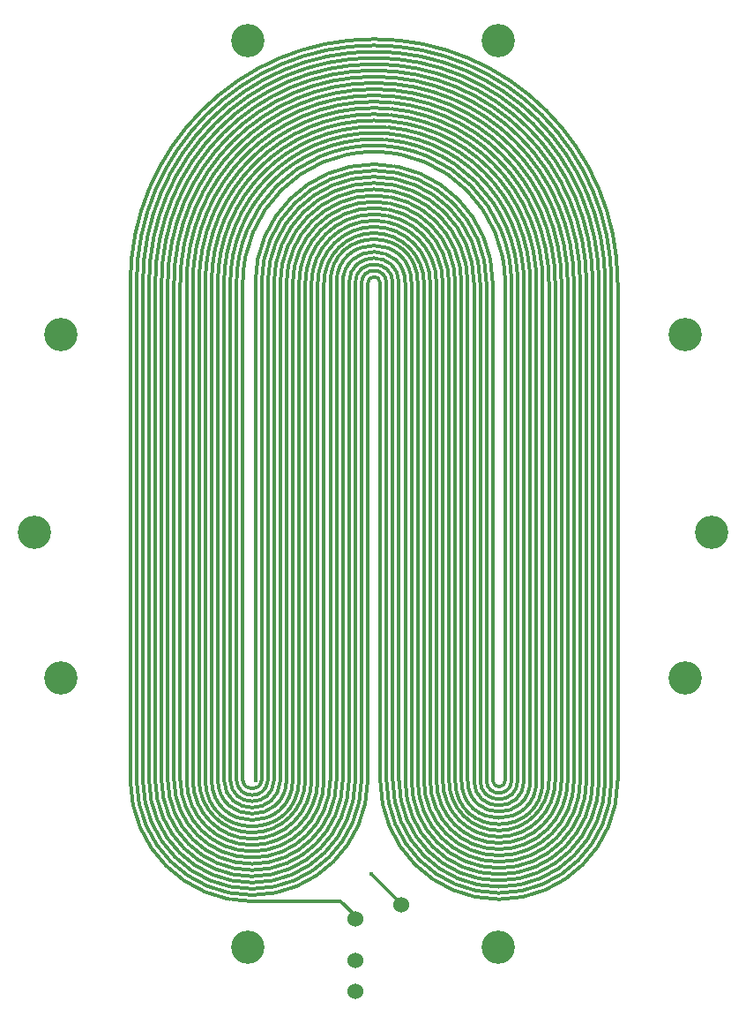
<source format=gtl>
G04*
G04 #@! TF.GenerationSoftware,Altium Limited,Altium Designer,24.2.2 (26)*
G04*
G04 Layer_Physical_Order=1*
G04 Layer_Color=255*
%FSLAX44Y44*%
%MOMM*%
G71*
G04*
G04 #@! TF.SameCoordinates,0F374588-2137-43C4-A123-4C8396255DE2*
G04*
G04*
G04 #@! TF.FilePolarity,Positive*
G04*
G01*
G75*
%ADD15C,0.3000*%
%ADD16C,1.5240*%
%ADD17C,3.2000*%
%ADD18C,0.4000*%
D15*
X720000Y462000D02*
G03*
X912000Y462000I96000J0D01*
G01*
X714000D02*
G03*
X918000Y462000I102000J0D01*
G01*
X708000D02*
G03*
X924000Y462000I108000J0D01*
G01*
X468000D02*
G03*
X690000Y462000I111000J1000D01*
G01*
X702000D02*
G03*
X930000Y462000I114000J0D01*
G01*
X462000D02*
G03*
X579095Y345996I117000J1000D01*
G01*
X570000Y462000D02*
G03*
X588000Y462000I9000J1000D01*
G01*
X564000D02*
G03*
X594000Y462000I15000J1000D01*
G01*
X558000D02*
G03*
X600000Y462000I21000J1000D01*
G01*
X552000D02*
G03*
X606000Y462000I27000J1000D01*
G01*
X546000D02*
G03*
X612000Y462000I33000J1000D01*
G01*
X540000D02*
G03*
X618000Y462000I39000J1000D01*
G01*
X534000D02*
G03*
X624000Y462000I45000J1000D01*
G01*
X528000D02*
G03*
X630000Y462000I51000J1000D01*
G01*
X522000D02*
G03*
X636000Y462000I57000J1000D01*
G01*
X516000D02*
G03*
X642000Y462000I63000J1000D01*
G01*
X510000D02*
G03*
X648000Y462000I69000J1000D01*
G01*
X504000D02*
G03*
X654000Y462000I75000J1000D01*
G01*
X498000D02*
G03*
X660000Y462000I81000J1000D01*
G01*
X492000D02*
G03*
X666000Y462000I87000J1000D01*
G01*
X486000D02*
G03*
X672000Y462000I93000J1000D01*
G01*
X480000D02*
G03*
X678000Y462000I99000J1000D01*
G01*
X474000D02*
G03*
X684000Y462000I105000J1000D01*
G01*
X822000Y939000D02*
G03*
X570000Y939000I-126000J0D01*
G01*
X894000D02*
G03*
X498000Y939000I-198000J0D01*
G01*
X810000Y462000D02*
G03*
X822000Y462000I6000J0D01*
G01*
X804000D02*
G03*
X828000Y462000I12000J0D01*
G01*
X798000D02*
G03*
X834000Y462000I18000J0D01*
G01*
X792000D02*
G03*
X840000Y462000I24000J0D01*
G01*
X786000D02*
G03*
X846000Y462000I30000J0D01*
G01*
X780000D02*
G03*
X852000Y462000I36000J0D01*
G01*
X774000D02*
G03*
X858000Y462000I42000J0D01*
G01*
X768000D02*
G03*
X864000Y462000I48000J0D01*
G01*
X762000D02*
G03*
X870000Y462000I54000J0D01*
G01*
X756000D02*
G03*
X876000Y462000I60000J0D01*
G01*
X750000D02*
G03*
X882000Y462000I66000J0D01*
G01*
X744000D02*
G03*
X888000Y462000I72000J0D01*
G01*
X738000D02*
G03*
X894000Y462000I78000J0D01*
G01*
X732000D02*
G03*
X900000Y462000I84000J0D01*
G01*
X726000D02*
G03*
X906000Y462000I90000J0D01*
G01*
X828000Y939000D02*
G03*
X564000Y939000I-132000J0D01*
G01*
X702000D02*
G03*
X690000Y939000I-6000J0D01*
G01*
X708000D02*
G03*
X684000Y939000I-12000J0D01*
G01*
X714000D02*
G03*
X678000Y939000I-18000J0D01*
G01*
X720000D02*
G03*
X672000Y939000I-24000J0D01*
G01*
X726000D02*
G03*
X666000Y939000I-30000J0D01*
G01*
X732000D02*
G03*
X660000Y939000I-36000J0D01*
G01*
X738000D02*
G03*
X654000Y939000I-42000J0D01*
G01*
X744000D02*
G03*
X648000Y939000I-48000J0D01*
G01*
X750000D02*
G03*
X642000Y939000I-54000J0D01*
G01*
X756000D02*
G03*
X636000Y939000I-60000J0D01*
G01*
X762000D02*
G03*
X630000Y939000I-66000J0D01*
G01*
X768000D02*
G03*
X624000Y939000I-72000J0D01*
G01*
X774000D02*
G03*
X618000Y939000I-78000J0D01*
G01*
X780000D02*
G03*
X612000Y939000I-84000J0D01*
G01*
X786000D02*
G03*
X606000Y939000I-90000J0D01*
G01*
X792000D02*
G03*
X600000Y939000I-96000J0D01*
G01*
X798000D02*
G03*
X594000Y939000I-102000J0D01*
G01*
X804000D02*
G03*
X588000Y939000I-108000J0D01*
G01*
X810000D02*
G03*
X582000Y939000I-114000J0D01*
G01*
X834000D02*
G03*
X558000Y939000I-138000J0D01*
G01*
X840000D02*
G03*
X552000Y939000I-144000J0D01*
G01*
X846000D02*
G03*
X546000Y939000I-150000J0D01*
G01*
X852000D02*
G03*
X540000Y939000I-156000J0D01*
G01*
X858000D02*
G03*
X534000Y939000I-162000J0D01*
G01*
X864000D02*
G03*
X528000Y939000I-168000J0D01*
G01*
X870000D02*
G03*
X522000Y939000I-174000J0D01*
G01*
X876000D02*
G03*
X516000Y939000I-180000J0D01*
G01*
X882000D02*
G03*
X510000Y939000I-186000J0D01*
G01*
X888000D02*
G03*
X504000Y939000I-192000J0D01*
G01*
X900000D02*
G03*
X492000Y939000I-204000J0D01*
G01*
X906000D02*
G03*
X486000Y939000I-210000J0D01*
G01*
X912000D02*
G03*
X480000Y939000I-216000J0D01*
G01*
X918000D02*
G03*
X474000Y939000I-222000J0D01*
G01*
X924000D02*
G03*
X468000Y939000I-228000J0D01*
G01*
X930000D02*
G03*
X462000Y939000I-234000J0D01*
G01*
X693271Y372000D02*
X720101Y345170D01*
X693000Y372000D02*
X693271D01*
X720101Y345170D02*
X721870D01*
X664044Y345996D02*
X677870Y332170D01*
X579095Y345996D02*
X664044D01*
X462000Y462000D02*
X462000Y939000D01*
X690000Y462000D02*
X690000Y939000D01*
X822000Y462000D02*
Y939000D01*
X588000Y462000D02*
Y939000D01*
X564000Y462000D02*
Y939000D01*
X570000Y462000D02*
Y939000D01*
X924000Y462000D02*
Y939000D01*
X468000Y462000D02*
Y939000D01*
X930000Y462000D02*
Y939000D01*
X912000Y462000D02*
Y939000D01*
X516000Y462000D02*
Y939000D01*
X642000Y462000D02*
Y939000D01*
X738000Y462000D02*
Y939000D01*
X714000Y462000D02*
Y939000D01*
X828000Y462000D02*
Y939000D01*
X666000Y462000D02*
Y939000D01*
X624000Y462000D02*
Y939000D01*
X810000Y462000D02*
Y939000D01*
X840000Y462000D02*
Y939000D01*
X762000Y462000D02*
Y939000D01*
X606000Y462000D02*
Y939000D01*
X504000Y462000D02*
Y939000D01*
X600000Y462000D02*
Y939000D01*
X774000Y462000D02*
Y939000D01*
X864000Y462000D02*
Y939000D01*
X786000Y462000D02*
Y939000D01*
X540000Y462000D02*
Y939000D01*
X654000Y462000D02*
Y939000D01*
X522000Y462000D02*
Y939000D01*
X612000Y462000D02*
Y939000D01*
X492000Y462000D02*
Y939000D01*
X888000Y462000D02*
Y939000D01*
X594000Y462000D02*
Y939000D01*
X618000Y462000D02*
Y939000D01*
X708000Y462000D02*
Y939000D01*
X528000Y462000D02*
Y939000D01*
X756000Y462000D02*
Y939000D01*
X582000Y462000D02*
Y939000D01*
X480000Y462000D02*
Y939000D01*
X510000Y462000D02*
Y939000D01*
X870000Y462000D02*
Y939000D01*
X894000Y462000D02*
Y939000D01*
X852000Y462000D02*
Y939000D01*
X720000Y462000D02*
Y939000D01*
X744000Y462000D02*
Y939000D01*
X648000Y462000D02*
Y939000D01*
X672000Y462000D02*
Y939000D01*
X918000Y462000D02*
Y939000D01*
X768000Y462000D02*
Y939000D01*
X498000Y462000D02*
Y939000D01*
X678000Y462000D02*
Y939000D01*
X900000Y462000D02*
Y939000D01*
X546000Y462000D02*
Y939000D01*
X846000Y462000D02*
Y939000D01*
X792000Y462000D02*
Y939000D01*
X534000Y462000D02*
Y939000D01*
X660000Y462000D02*
Y939000D01*
X876000Y462000D02*
Y939000D01*
X486000Y462000D02*
Y939000D01*
X552000Y462000D02*
Y939000D01*
X474000Y462000D02*
Y939000D01*
X798000Y462000D02*
Y939000D01*
X558000Y462000D02*
Y939000D01*
X906000Y462000D02*
Y939000D01*
X750000Y462000D02*
Y939000D01*
X726000Y462000D02*
Y939000D01*
X630000Y462000D02*
Y939000D01*
X882000Y462000D02*
Y939000D01*
X732000Y462000D02*
Y939000D01*
X636000Y462000D02*
Y939000D01*
X684000Y462000D02*
Y939000D01*
X834000Y462000D02*
Y939000D01*
X780000Y462000D02*
Y939000D01*
X702000Y462000D02*
Y939000D01*
X858000Y462000D02*
Y939000D01*
X804000Y462000D02*
Y939000D01*
D16*
X678230Y259410D02*
D03*
Y329410D02*
D03*
X722230Y342410D02*
D03*
X678230Y289410D02*
D03*
D17*
X814947Y1171530D02*
D03*
X574945D02*
D03*
X574947Y301822D02*
D03*
X814947D02*
D03*
X394947Y560000D02*
D03*
X369947Y700000D02*
D03*
X394900Y889755D02*
D03*
X994947D02*
D03*
X1020000Y700000D02*
D03*
X995000Y560000D02*
D03*
D18*
X693000Y372000D02*
D03*
X582000Y462000D02*
D03*
M02*

</source>
